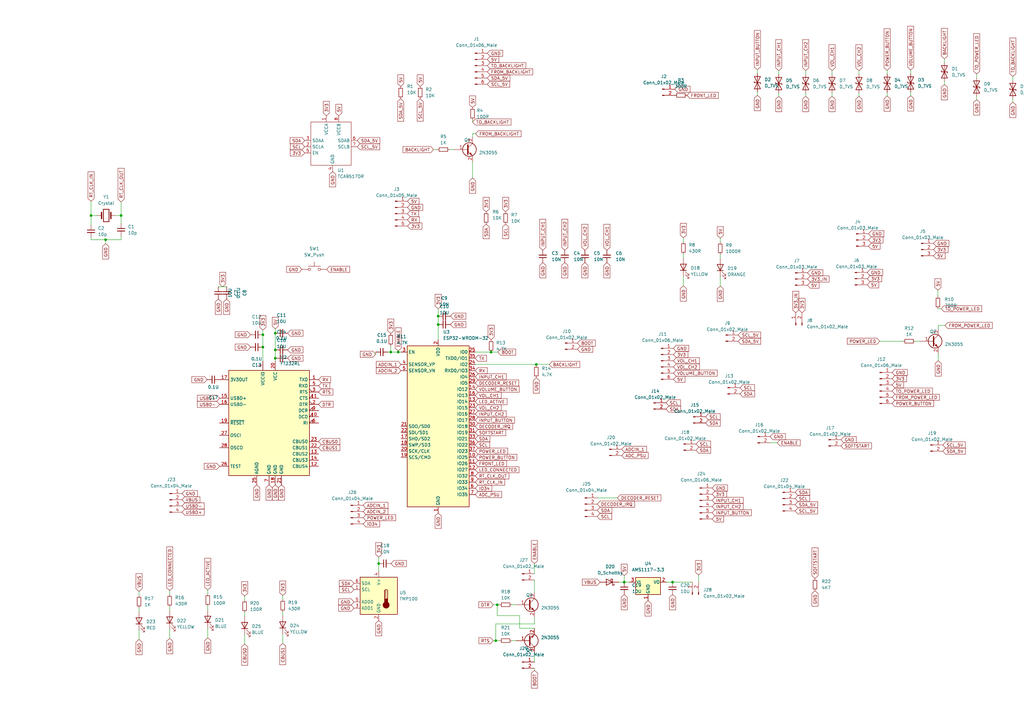
<source format=kicad_sch>
(kicad_sch (version 20230121) (generator eeschema)
  (paper "A3")
  (junction (at 203.327 262.763))
  (junction (at 201.422 144.399))
  (junction (at 179.705 129.667))
  (junction (at 112.903 146.939))
  (junction (at 107.823 137.287))
  (junction (at 160.274 144.399))
  (junction (at 155.321 231.14))
  (junction (at 163.322 144.399))
  (junction (at 219.964 149.479))
  (junction (at 179.705 133.096))
  (junction (at 43.307 98.298))
  (junction (at 49.657 88.392))
  (junction (at 107.823 142.367))
  (junction (at 112.903 143.51))
  (junction (at 112.903 136.652))
  (junction (at 275.844 238.76))
  (junction (at 256.032 238.76))
  (junction (at 203.962 248.031))
  (junction (at 37.338 88.392))
  (wire (pts (xy 256.032 236.093) (xy 256.032 238.76)))
  (wire (pts (xy 115.951 263.906) (xy 115.951 260.096)))
  (wire (pts (xy 428.244 41.783) (xy 428.244 40.386)))
  (wire (pts (xy 441.325 65.786) (xy 441.325 67.31)))
  (wire (pts (xy 213.106 257.683) (xy 213.106 252.476)))
  (wire (pts (xy 160.274 144.399) (xy 163.322 144.399)))
  (wire (pts (xy 352.298 28.956) (xy 352.298 30.48)))
  (wire (pts (xy 275.844 238.76) (xy 283.972 238.76)))
  (wire (pts (xy 179.705 126.619) (xy 179.705 129.667)))
  (wire (pts (xy 341.249 39.497) (xy 341.249 38.1)))
  (wire (pts (xy 155.321 228.473) (xy 155.321 231.14)))
  (wire (pts (xy 400.558 30.353) (xy 400.558 31.877)))
  (wire (pts (xy 37.338 97.409) (xy 37.338 98.298)))
  (wire (pts (xy 49.657 96.774) (xy 49.657 98.298)))
  (wire (pts (xy 450.85 31.75) (xy 450.85 33.274)))
  (wire (pts (xy 100.33 246.126) (xy 100.33 244.475)))
  (wire (pts (xy 112.903 136.652) (xy 112.903 143.51)))
  (wire (pts (xy 193.802 50.038) (xy 193.802 49.149)))
  (wire (pts (xy 387.35 34.671) (xy 387.35 33.274)))
  (wire (pts (xy 384.81 145.034) (xy 384.81 147.955)))
  (wire (pts (xy 37.338 88.392) (xy 39.751 88.392)))
  (wire (pts (xy 384.683 118.999) (xy 384.683 121.539)))
  (wire (pts (xy 92.964 117.602) (xy 89.535 117.602)))
  (wire (pts (xy 219.202 231.14) (xy 219.202 235.331)))
  (wire (pts (xy 107.823 137.287) (xy 107.823 142.367)))
  (wire (pts (xy 219.964 149.86) (xy 219.964 149.479)))
  (wire (pts (xy 115.951 252.476) (xy 115.951 250.952)))
  (wire (pts (xy 225.298 149.479) (xy 219.964 149.479)))
  (wire (pts (xy 193.802 66.421) (xy 193.802 73.025)))
  (wire (pts (xy 85.217 261.62) (xy 85.217 257.81)))
  (wire (pts (xy 387.35 24.13) (xy 387.35 25.654)))
  (wire (pts (xy 100.33 264.16) (xy 100.33 260.35)))
  (wire (pts (xy 280.289 99.187) (xy 280.289 97.536)))
  (wire (pts (xy 100.33 252.73) (xy 100.33 251.206)))
  (wire (pts (xy 203.327 255.905) (xy 219.202 255.905)))
  (wire (pts (xy 219.202 237.871) (xy 219.202 242.951)))
  (wire (pts (xy 43.307 99.949) (xy 43.307 98.298)))
  (wire (pts (xy 155.321 231.14) (xy 155.321 234.188)))
  (wire (pts (xy 69.596 250.444) (xy 69.596 248.92)))
  (wire (pts (xy 384.81 133.477) (xy 384.81 134.874)))
  (wire (pts (xy 203.962 248.031) (xy 204.851 248.031)))
  (wire (pts (xy 209.931 248.031) (xy 211.582 248.031)))
  (wire (pts (xy 258.191 238.76) (xy 256.032 238.76)))
  (wire (pts (xy 43.307 98.298) (xy 37.338 98.298)))
  (wire (pts (xy 49.657 91.694) (xy 49.657 88.392)))
  (wire (pts (xy 107.823 135.382) (xy 107.823 137.287)))
  (wire (pts (xy 193.802 56.261) (xy 193.802 54.864)))
  (wire (pts (xy 85.217 243.586) (xy 85.217 241.935)))
  (wire (pts (xy 373.507 39.243) (xy 373.507 37.846)))
  (wire (pts (xy 203.962 248.031) (xy 203.962 252.476)))
  (wire (pts (xy 159.131 144.399) (xy 160.274 144.399)))
  (wire (pts (xy 37.338 88.392) (xy 37.338 82.55)))
  (wire (pts (xy 465.963 76.581) (xy 465.963 75.184)))
  (wire (pts (xy 415.417 31.369) (xy 415.417 32.893)))
  (wire (pts (xy 115.951 245.872) (xy 115.951 244.221)))
  (wire (pts (xy 286.512 235.839) (xy 286.512 238.76)))
  (wire (pts (xy 352.298 39.497) (xy 352.298 38.1)))
  (wire (pts (xy 112.903 143.51) (xy 112.903 146.939)))
  (wire (pts (xy 219.964 149.479) (xy 194.945 149.479)))
  (wire (pts (xy 179.705 133.096) (xy 179.705 139.319)))
  (wire (pts (xy 373.507 28.702) (xy 373.507 30.226)))
  (wire (pts (xy 330.454 39.497) (xy 330.454 38.1)))
  (wire (pts (xy 69.596 243.84) (xy 69.596 242.189)))
  (wire (pts (xy 275.844 238.76) (xy 273.431 238.76)))
  (wire (pts (xy 219.202 253.111) (xy 219.202 255.905)))
  (wire (pts (xy 160.274 141.859) (xy 160.274 144.399)))
  (wire (pts (xy 203.327 262.763) (xy 204.851 262.763)))
  (wire (pts (xy 85.217 250.19) (xy 85.217 248.666)))
  (wire (pts (xy 219.202 271.526) (xy 219.202 267.843)))
  (wire (pts (xy 49.657 88.392) (xy 49.657 82.804)))
  (wire (pts (xy 193.802 54.864) (xy 195.072 54.864)))
  (wire (pts (xy 319.405 28.956) (xy 319.405 30.48)))
  (wire (pts (xy 57.023 262.255) (xy 57.023 258.445)))
  (wire (pts (xy 202.311 262.763) (xy 203.327 262.763)))
  (wire (pts (xy 428.244 31.242) (xy 428.244 32.766)))
  (wire (pts (xy 315.849 181.61) (xy 318.77 181.61)))
  (wire (pts (xy 154.051 145.288) (xy 154.051 144.399)))
  (wire (pts (xy 112.903 146.939) (xy 112.903 148.082)))
  (wire (pts (xy 330.454 28.956) (xy 330.454 30.48)))
  (wire (pts (xy 295.402 105.918) (xy 295.402 104.394)))
  (wire (pts (xy 256.032 238.76) (xy 253.746 238.76)))
  (wire (pts (xy 363.855 28.829) (xy 363.855 30.353)))
  (wire (pts (xy 439.674 31.496) (xy 439.674 33.02)))
  (wire (pts (xy 203.327 255.905) (xy 203.327 262.763)))
  (wire (pts (xy 465.963 66.04) (xy 465.963 67.564)))
  (wire (pts (xy 280.289 105.791) (xy 280.289 104.267)))
  (wire (pts (xy 295.402 117.348) (xy 295.402 113.538)))
  (wire (pts (xy 201.422 144.399) (xy 194.945 144.399)))
  (wire (pts (xy 177.8 61.341) (xy 179.324 61.341)))
  (wire (pts (xy 384.81 133.477) (xy 387.604 133.477)))
  (wire (pts (xy 441.325 76.327) (xy 441.325 74.93)))
  (wire (pts (xy 375.412 139.954) (xy 377.19 139.954)))
  (wire (pts (xy 280.289 117.221) (xy 280.289 113.411)))
  (wire (pts (xy 57.023 244.221) (xy 57.023 242.57)))
  (wire (pts (xy 310.642 39.116) (xy 310.642 37.719)))
  (wire (pts (xy 202.311 248.031) (xy 203.962 248.031)))
  (wire (pts (xy 450.85 42.291) (xy 450.85 40.894)))
  (wire (pts (xy 107.823 142.367) (xy 107.823 148.082)))
  (wire (pts (xy 69.596 261.874) (xy 69.596 258.064)))
  (wire (pts (xy 386.08 126.619) (xy 384.683 126.619)))
  (wire (pts (xy 452.501 66.04) (xy 452.501 67.564)))
  (wire (pts (xy 179.705 129.667) (xy 179.705 133.096)))
  (wire (pts (xy 400.558 40.894) (xy 400.558 39.497)))
  (wire (pts (xy 310.642 28.575) (xy 310.642 30.099)))
  (wire (pts (xy 415.417 41.91) (xy 415.417 40.513)))
  (wire (pts (xy 112.903 134.874) (xy 112.903 136.652)))
  (wire (pts (xy 219.202 274.955) (xy 219.202 274.066)))
  (wire (pts (xy 319.405 39.497) (xy 319.405 38.1)))
  (wire (pts (xy 477.139 66.294) (xy 477.139 67.818)))
  (wire (pts (xy 244.983 204.216) (xy 253.238 204.216)))
  (wire (pts (xy 295.402 99.314) (xy 295.402 97.663)))
  (wire (pts (xy 204.216 144.399) (xy 201.422 144.399)))
  (wire (pts (xy 477.139 76.835) (xy 477.139 75.438)))
  (wire (pts (xy 203.962 252.476) (xy 213.106 252.476)))
  (wire (pts (xy 184.404 61.341) (xy 186.182 61.341)))
  (wire (pts (xy 163.322 143.891) (xy 163.322 144.399)))
  (wire (pts (xy 49.657 98.298) (xy 43.307 98.298)))
  (wire (pts (xy 341.249 28.956) (xy 341.249 30.48)))
  (wire (pts (xy 363.855 39.37) (xy 363.855 37.973)))
  (wire (pts (xy 439.674 42.037) (xy 439.674 40.64)))
  (wire (pts (xy 57.023 250.825) (xy 57.023 249.301)))
  (wire (pts (xy 47.371 88.392) (xy 49.657 88.392)))
  (wire (pts (xy 452.501 76.581) (xy 452.501 75.184)))
  (wire (pts (xy 163.322 144.399) (xy 164.465 144.399)))
  (wire (pts (xy 219.202 257.683) (xy 213.106 257.683)))
  (wire (pts (xy 360.807 139.954) (xy 370.332 139.954)))
  (wire (pts (xy 209.931 262.763) (xy 211.582 262.763)))
  (wire (pts (xy 37.338 92.329) (xy 37.338 88.392)))
  (global_label "VOL_CH1" (shape input) (at 248.92 102.616 90) (property "Intersheetrefs" "${INTERSHEET_REFS}" (effects hide)))
  (global_label "INPUT_CH1" (shape input) (at 319.405 28.956 90) (property "Intersheetrefs" "${INTERSHEET_REFS}" (effects hide)))
  (global_label "GND" (shape input) (at 69.596 261.874 270) (property "Intersheetrefs" "${INTERSHEET_REFS}" (effects hide)))
  (global_label "TO_BACKLIGHT" (shape input) (at 199.898 26.924 0) (property "Intersheetrefs" "${INTERSHEET_REFS}" (effects hide)))
  (global_label "GND" (shape input) (at 105.283 198.882 270) (property "Intersheetrefs" "${INTERSHEET_REFS}" (effects hide)))
  (global_label "3V3" (shape input) (at 133.858 47.498 90) (property "Intersheetrefs" "${INTERSHEET_REFS}" (effects hide)))
  (global_label "SDA" (shape input) (at 244.983 209.296 0) (property "Intersheetrefs" "${INTERSHEET_REFS}" (effects hide)))
  (global_label "INPUT_CH1" (shape input) (at 194.945 154.559 0) (property "Intersheetrefs" "${INTERSHEET_REFS}" (effects hide)))
  (global_label "GND" (shape input) (at 334.264 242.316 270) (property "Intersheetrefs" "${INTERSHEET_REFS}" (effects hide)))
  (global_label "ADCIN_1" (shape input) (at 255.016 184.277 0) (property "Intersheetrefs" "${INTERSHEET_REFS}" (effects hide)))
  (global_label "SDA_5V" (shape input) (at 146.558 57.658 0) (property "Intersheetrefs" "${INTERSHEET_REFS}" (effects hide)))
  (global_label "5V" (shape input) (at 164.338 35.433 90) (property "Intersheetrefs" "${INTERSHEET_REFS}" (effects hide)))
  (global_label "3V3" (shape input) (at 276.225 145.415 0) (property "Intersheetrefs" "${INTERSHEET_REFS}" (effects hide)))
  (global_label "USBD+" (shape input) (at 441.325 65.786 90) (property "Intersheetrefs" "${INTERSHEET_REFS}" (effects hide)))
  (global_label "RX" (shape input) (at 167.132 90.17 0) (property "Intersheetrefs" "${INTERSHEET_REFS}" (effects hide)))
  (global_label "ADC_PSU" (shape input) (at 194.945 202.819 0) (property "Intersheetrefs" "${INTERSHEET_REFS}" (effects hide)))
  (global_label "GND" (shape input) (at 236.855 143.256 0) (property "Intersheetrefs" "${INTERSHEET_REFS}" (effects hide)))
  (global_label "SOFTSTART" (shape input) (at 194.945 177.419 0) (property "Intersheetrefs" "${INTERSHEET_REFS}" (effects hide)))
  (global_label "USBD+" (shape input) (at 74.676 210.058 0) (property "Intersheetrefs" "${INTERSHEET_REFS}" (effects hide)))
  (global_label "VOL_CH1" (shape input) (at 194.945 162.179 0) (property "Intersheetrefs" "${INTERSHEET_REFS}" (effects hide)))
  (global_label "5V" (shape input) (at 172.339 35.433 90) (property "Intersheetrefs" "${INTERSHEET_REFS}" (effects hide)))
  (global_label "DTR" (shape input) (at 202.311 248.031 180) (property "Intersheetrefs" "${INTERSHEET_REFS}" (effects hide)))
  (global_label "5V" (shape input) (at 365.887 157.861 0) (property "Intersheetrefs" "${INTERSHEET_REFS}" (effects hide)))
  (global_label "INPUT_BUTTON" (shape input) (at 310.642 28.575 90) (property "Intersheetrefs" "${INTERSHEET_REFS}" (effects hide)))
  (global_label "DECODER_IRQ" (shape input) (at 194.945 174.879 0) (property "Intersheetrefs" "${INTERSHEET_REFS}" (effects hide)))
  (global_label "CBUS1" (shape input) (at 130.683 183.642 0) (property "Intersheetrefs" "${INTERSHEET_REFS}" (effects hide)))
  (global_label "SDA" (shape input) (at 303.53 161.544 0) (property "Intersheetrefs" "${INTERSHEET_REFS}" (effects hide)))
  (global_label "3V3" (shape input) (at 365.887 155.321 0) (property "Intersheetrefs" "${INTERSHEET_REFS}" (effects hide)))
  (global_label "RX" (shape input) (at 130.683 155.702 0) (property "Intersheetrefs" "${INTERSHEET_REFS}" (effects hide)))
  (global_label "ADCIN_1" (shape input) (at 148.971 207.264 0) (property "Intersheetrefs" "${INTERSHEET_REFS}" (effects hide)))
  (global_label "3V3" (shape input) (at 107.823 135.382 90) (property "Intersheetrefs" "${INTERSHEET_REFS}" (effects hide)))
  (global_label "GND" (shape input) (at 373.507 39.243 270) (property "Intersheetrefs" "${INTERSHEET_REFS}" (effects hide)))
  (global_label "BOOT" (shape input) (at 204.216 144.399 0) (property "Intersheetrefs" "${INTERSHEET_REFS}" (effects hide)))
  (global_label "RT_CLK_IN" (shape input) (at 194.945 197.739 0) (property "Intersheetrefs" "${INTERSHEET_REFS}" (effects hide)))
  (global_label "3V3" (shape input) (at 124.968 62.738 180) (property "Intersheetrefs" "${INTERSHEET_REFS}" (effects hide)))
  (global_label "RX" (shape input) (at 194.945 152.019 0) (property "Intersheetrefs" "${INTERSHEET_REFS}" (effects hide)))
  (global_label "SCL" (shape input) (at 326.136 204.47 0) (property "Intersheetrefs" "${INTERSHEET_REFS}" (effects hide)))
  (global_label "5V" (shape input) (at 292.1 212.852 0) (property "Intersheetrefs" "${INTERSHEET_REFS}" (effects hide)))
  (global_label "GND" (shape input) (at 117.983 136.652 0) (property "Intersheetrefs" "${INTERSHEET_REFS}" (effects hide)))
  (global_label "GND" (shape input) (at 276.225 142.875 0) (property "Intersheetrefs" "${INTERSHEET_REFS}" (effects hide)))
  (global_label "SDA" (shape input) (at 199.39 91.948 270) (property "Intersheetrefs" "${INTERSHEET_REFS}" (effects hide)))
  (global_label "GND" (shape input) (at 57.023 262.255 270) (property "Intersheetrefs" "${INTERSHEET_REFS}" (effects hide)))
  (global_label "VBUS" (shape input) (at 74.676 204.978 0) (property "Intersheetrefs" "${INTERSHEET_REFS}" (effects hide)))
  (global_label "3V3" (shape input) (at 91.313 117.602 90) (property "Intersheetrefs" "${INTERSHEET_REFS}" (effects hide)))
  (global_label "3V3_IN" (shape input) (at 326.39 128.27 90) (property "Intersheetrefs" "${INTERSHEET_REFS}" (effects hide)))
  (global_label "5V" (shape input) (at 439.674 31.496 90) (property "Intersheetrefs" "${INTERSHEET_REFS}" (effects hide)))
  (global_label "GND" (shape input) (at 275.844 243.84 270) (property "Intersheetrefs" "${INTERSHEET_REFS}" (effects hide)))
  (global_label "RTS" (shape input) (at 202.311 262.763 180) (property "Intersheetrefs" "${INTERSHEET_REFS}" (effects hide)))
  (global_label "BOOT" (shape input) (at 236.855 140.716 0) (property "Intersheetrefs" "${INTERSHEET_REFS}" (effects hide)))
  (global_label "SDA_5V" (shape input) (at 465.963 66.04 90) (property "Intersheetrefs" "${INTERSHEET_REFS}" (effects hide)))
  (global_label "GND" (shape input) (at 199.898 21.844 0) (property "Intersheetrefs" "${INTERSHEET_REFS}" (effects hide)))
  (global_label "VOL_CH1" (shape input) (at 341.249 28.956 90) (property "Intersheetrefs" "${INTERSHEET_REFS}" (effects hide)))
  (global_label "GND" (shape input) (at 90.043 191.262 180) (property "Intersheetrefs" "${INTERSHEET_REFS}" (effects hide)))
  (global_label "INPUT_CH2" (shape input) (at 231.648 102.616 90) (property "Intersheetrefs" "${INTERSHEET_REFS}" (effects hide)))
  (global_label "INPUT_CH1" (shape input) (at 292.1 205.232 0) (property "Intersheetrefs" "${INTERSHEET_REFS}" (effects hide)))
  (global_label "5V" (shape input) (at 256.032 236.093 90) (property "Intersheetrefs" "${INTERSHEET_REFS}" (effects hide)))
  (global_label "5V" (shape input) (at 199.898 24.384 0) (property "Intersheetrefs" "${INTERSHEET_REFS}" (effects hide)))
  (global_label "POWER_LED" (shape input) (at 148.971 212.344 0) (property "Intersheetrefs" "${INTERSHEET_REFS}" (effects hide)))
  (global_label "INPUT_CH2" (shape input) (at 330.454 28.956 90) (property "Intersheetrefs" "${INTERSHEET_REFS}" (effects hide)))
  (global_label "3V3" (shape input) (at 356.235 98.425 0) (property "Intersheetrefs" "${INTERSHEET_REFS}" (effects hide)))
  (global_label "GND" (shape input) (at 222.631 107.696 270) (property "Intersheetrefs" "${INTERSHEET_REFS}" (effects hide)))
  (global_label "GND" (shape input) (at 89.535 122.682 270) (property "Intersheetrefs" "${INTERSHEET_REFS}" (effects hide)))
  (global_label "RT_CLK_OUT" (shape input) (at 194.945 195.199 0) (property "Intersheetrefs" "${INTERSHEET_REFS}" (effects hide)))
  (global_label "ENABLE" (shape input) (at 219.202 231.14 90) (property "Intersheetrefs" "${INTERSHEET_REFS}" (effects hide)))
  (global_label "LED_CONNECTED" (shape input) (at 69.596 242.189 90) (property "Intersheetrefs" "${INTERSHEET_REFS}" (effects hide)))
  (global_label "TO_BACKLIGHT" (shape input) (at 193.802 50.038 0) (property "Intersheetrefs" "${INTERSHEET_REFS}" (effects hide)))
  (global_label "SCL" (shape input) (at 289.433 170.942 0) (property "Intersheetrefs" "${INTERSHEET_REFS}" (effects hide)))
  (global_label "5V" (shape input) (at 331.216 116.967 0) (property "Intersheetrefs" "${INTERSHEET_REFS}" (effects hide)))
  (global_label "5V" (shape input) (at 112.903 134.874 90) (property "Intersheetrefs" "${INTERSHEET_REFS}" (effects hide)))
  (global_label "RTS" (shape input) (at 130.683 160.782 0) (property "Intersheetrefs" "${INTERSHEET_REFS}" (effects hide)))
  (global_label "5V" (shape input) (at 167.132 82.55 0) (property "Intersheetrefs" "${INTERSHEET_REFS}" (effects hide)))
  (global_label "3V3" (shape input) (at 179.705 126.619 90) (property "Intersheetrefs" "${INTERSHEET_REFS}" (effects hide)))
  (global_label "DECODER_IRQ" (shape input) (at 244.983 206.756 0) (property "Intersheetrefs" "${INTERSHEET_REFS}" (effects hide)))
  (global_label "3V3" (shape input) (at 115.951 244.221 90) (property "Intersheetrefs" "${INTERSHEET_REFS}" (effects hide)))
  (global_label "GND" (shape input) (at 365.887 152.781 0) (property "Intersheetrefs" "${INTERSHEET_REFS}" (effects hide)))
  (global_label "GND" (shape input) (at 154.051 145.288 180) (property "Intersheetrefs" "${INTERSHEET_REFS}" (effects hide)))
  (global_label "GND" (shape input) (at 319.405 39.497 270) (property "Intersheetrefs" "${INTERSHEET_REFS}" (effects hide)))
  (global_label "3V3" (shape input) (at 286.512 235.839 90) (property "Intersheetrefs" "${INTERSHEET_REFS}" (effects hide)))
  (global_label "TX" (shape input) (at 130.683 158.242 0) (property "Intersheetrefs" "${INTERSHEET_REFS}" (effects hide)))
  (global_label "SDA_5V" (shape input) (at 302.768 139.954 0) (property "Intersheetrefs" "${INTERSHEET_REFS}" (effects hide)))
  (global_label "DECODER_RESET" (shape input) (at 194.945 157.099 0) (property "Intersheetrefs" "${INTERSHEET_REFS}" (effects hide)))
  (global_label "GND" (shape input) (at 167.132 85.09 0) (property "Intersheetrefs" "${INTERSHEET_REFS}" (effects hide)))
  (global_label "SDA_5V" (shape input) (at 164.338 40.513 270) (property "Intersheetrefs" "${INTERSHEET_REFS}" (effects hide)))
  (global_label "CBUS1" (shape input) (at 115.951 263.906 270) (property "Intersheetrefs" "${INTERSHEET_REFS}" (effects hide)))
  (global_label "GND" (shape input) (at 184.785 133.096 0) (property "Intersheetrefs" "${INTERSHEET_REFS}" (effects hide)))
  (global_label "GND" (shape input) (at 74.676 202.438 0) (property "Intersheetrefs" "${INTERSHEET_REFS}" (effects hide)))
  (global_label "RT_CLK_IN" (shape input) (at 37.338 82.55 90) (property "Intersheetrefs" "${INTERSHEET_REFS}" (effects hide)))
  (global_label "FROM_POWER_LED" (shape input) (at 365.887 162.941 0) (property "Intersheetrefs" "${INTERSHEET_REFS}" (effects hide)))
  (global_label "TX" (shape input) (at 167.132 87.63 0) (property "Intersheetrefs" "${INTERSHEET_REFS}" (effects hide)))
  (global_label "ADCIN_2" (shape input) (at 148.971 209.804 0) (property "Intersheetrefs" "${INTERSHEET_REFS}" (effects hide)))
  (global_label "SCL" (shape input) (at 303.53 159.004 0) (property "Intersheetrefs" "${INTERSHEET_REFS}" (effects hide)))
  (global_label "TO_POWER_LED" (shape input) (at 400.558 30.353 90) (property "Intersheetrefs" "${INTERSHEET_REFS}" (effects hide)))
  (global_label "SCL" (shape input) (at 124.968 60.198 180) (property "Intersheetrefs" "${INTERSHEET_REFS}" (effects hide)))
  (global_label "IO34" (shape input) (at 148.971 214.884 0) (property "Intersheetrefs" "${INTERSHEET_REFS}" (effects hide)))
  (global_label "GND" (shape input) (at 110.363 198.882 270) (property "Intersheetrefs" "${INTERSHEET_REFS}" (effects hide)))
  (global_label "FRONT_LED" (shape input) (at 194.945 190.119 0) (property "Intersheetrefs" "${INTERSHEET_REFS}" (effects hide)))
  (global_label "3V3" (shape input) (at 450.85 31.75 90) (property "Intersheetrefs" "${INTERSHEET_REFS}" (effects hide)))
  (global_label "FRONT_LED" (shape input) (at 281.813 39.116 0) (property "Intersheetrefs" "${INTERSHEET_REFS}" (effects hide)))
  (global_label "VOLUME_BUTTON" (shape input) (at 276.225 153.035 0) (property "Intersheetrefs" "${INTERSHEET_REFS}" (effects hide)))
  (global_label "TO_POWER_LED" (shape input) (at 365.887 160.401 0) (property "Intersheetrefs" "${INTERSHEET_REFS}" (effects hide)))
  (global_label "SCL_5V" (shape input) (at 146.558 60.198 0) (property "Intersheetrefs" "${INTERSHEET_REFS}" (effects hide)))
  (global_label "ADCIN_1" (shape input) (at 164.465 149.479 180) (property "Intersheetrefs" "${INTERSHEET_REFS}" (effects hide)))
  (global_label "GND" (shape input) (at 43.307 99.949 270) (property "Intersheetrefs" "${INTERSHEET_REFS}" (effects hide)))
  (global_label "GND" (shape input) (at 184.785 129.667 0) (property "Intersheetrefs" "${INTERSHEET_REFS}" (effects hide)))
  (global_label "VOL_CH2" (shape input) (at 276.225 150.495 0) (property "Intersheetrefs" "${INTERSHEET_REFS}" (effects hide)))
  (global_label "POWER_BUTTON" (shape input) (at 365.887 165.481 0) (property "Intersheetrefs" "${INTERSHEET_REFS}" (effects hide)))
  (global_label "GND" (shape input) (at 292.1 200.152 0) (property "Intersheetrefs" "${INTERSHEET_REFS}" (effects hide)))
  (global_label "INPUT_CH2" (shape input) (at 292.1 207.772 0) (property "Intersheetrefs" "${INTERSHEET_REFS}" (effects hide)))
  (global_label "GND" (shape input) (at 112.903 198.882 270) (property "Intersheetrefs" "${INTERSHEET_REFS}" (effects hide)))
  (global_label "GND" (shape input) (at 344.932 180.34 0) (property "Intersheetrefs" "${INTERSHEET_REFS}" (effects hide)))
  (global_label "GND" (shape input) (at 382.905 99.822 0) (property "Intersheetrefs" "${INTERSHEET_REFS}" (effects hide)))
  (global_label "5V" (shape input) (at 355.727 116.84 0) (property "Intersheetrefs" "${INTERSHEET_REFS}" (effects hide)))
  (global_label "GND" (shape input) (at 363.855 39.37 270) (property "Intersheetrefs" "${INTERSHEET_REFS}" (effects hide)))
  (global_label "SDA" (shape input) (at 194.945 179.959 0) (property "Intersheetrefs" "${INTERSHEET_REFS}" (effects hide)))
  (global_label "GND" (shape input) (at 280.289 117.221 270) (property "Intersheetrefs" "${INTERSHEET_REFS}" (effects hide)))
  (global_label "SCL" (shape input) (at 285.496 182.118 0) (property "Intersheetrefs" "${INTERSHEET_REFS}" (effects hide)))
  (global_label "SDA" (shape input) (at 285.496 184.658 0) (property "Intersheetrefs" "${INTERSHEET_REFS}" (effects hide)))
  (global_label "SCL" (shape input) (at 244.983 211.836 0) (property "Intersheetrefs" "${INTERSHEET_REFS}" (effects hide)))
  (global_label "SCL_5V" (shape input) (at 326.136 209.55 0) (property "Intersheetrefs" "${INTERSHEET_REFS}" (effects hide)))
  (global_label "VBUS" (shape input) (at 57.023 242.57 90) (property "Intersheetrefs" "${INTERSHEET_REFS}" (effects hide)))
  (global_label "GND" (shape input) (at 256.032 243.84 270) (property "Intersheetrefs" "${INTERSHEET_REFS}" (effects hide)))
  (global_label "SOFTSTART" (shape input) (at 344.932 182.88 0) (property "Intersheetrefs" "${INTERSHEET_REFS}" (effects hide)))
  (global_label "SDA" (shape input) (at 124.968 57.658 180) (property "Intersheetrefs" "${INTERSHEET_REFS}" (effects hide)))
  (global_label "FROM_POWER_LED" (shape input) (at 387.604 133.477 0) (property "Intersheetrefs" "${INTERSHEET_REFS}" (effects hide)))
  (global_label "5V" (shape input) (at 193.802 44.069 90) (property "Intersheetrefs" "${INTERSHEET_REFS}" (effects hide)))
  (global_label "GND" (shape input) (at 145.161 246.888 180) (property "Intersheetrefs" "${INTERSHEET_REFS}" (effects hide)))
  (global_label "GND" (shape input) (at 415.417 41.91 270) (property "Intersheetrefs" "${INTERSHEET_REFS}" (effects hide)))
  (global_label "BACKLIGHT" (shape input) (at 225.298 149.479 0) (property "Intersheetrefs" "${INTERSHEET_REFS}" (effects hide)))
  (global_label "GND" (shape input) (at 450.85 42.291 270) (property "Intersheetrefs" "${INTERSHEET_REFS}" (effects hide)))
  (global_label "POWER_BUTTON" (shape input) (at 363.855 28.829 90) (property "Intersheetrefs" "${INTERSHEET_REFS}" (effects hide)))
  (global_label "GND" (shape input) (at 145.161 249.428 180) (property "Intersheetrefs" "${INTERSHEET_REFS}" (effects hide)))
  (global_label "VBUS" (shape input) (at 246.126 238.76 180) (property "Intersheetrefs" "${INTERSHEET_REFS}" (effects hide)))
  (global_label "RT_CLK_OUT" (shape input) (at 49.657 82.804 90) (property "Intersheetrefs" "${INTERSHEET_REFS}" (effects hide)))
  (global_label "3V3" (shape input) (at 382.905 102.362 0) (property "Intersheetrefs" "${INTERSHEET_REFS}" (effects hide)))
  (global_label "GND" (shape input) (at 387.35 34.671 270) (property "Intersheetrefs" "${INTERSHEET_REFS}" (effects hide)))
  (global_label "GND" (shape input) (at 331.216 111.887 0) (property "Intersheetrefs" "${INTERSHEET_REFS}" (effects hide)))
  (global_label "TO_BACKLIGHT" (shape input) (at 415.417 31.369 90) (property "Intersheetrefs" "${INTERSHEET_REFS}" (effects hide)))
  (global_label "SCL_5V" (shape input) (at 172.339 40.513 270) (property "Intersheetrefs" "${INTERSHEET_REFS}" (effects hide)))
  (global_label "VOL_CH2" (shape input) (at 239.903 102.616 90) (property "Intersheetrefs" "${INTERSHEET_REFS}" (effects hide)))
  (global_label "SCL" (shape input) (at 207.391 91.948 270) (property "Intersheetrefs" "${INTERSHEET_REFS}" (effects hide)))
  (global_label "TO_POWER_LED" (shape input) (at 386.08 126.619 0) (property "Intersheetrefs" "${INTERSHEET_REFS}" (effects hide)))
  (global_label "GND" (shape input) (at 452.501 76.581 270) (property "Intersheetrefs" "${INTERSHEET_REFS}" (effects hide)))
  (global_label "GND" (shape input) (at 117.983 143.51 0) (property "Intersheetrefs" "${INTERSHEET_REFS}" (effects hide)))
  (global_label "GND" (shape input) (at 330.454 39.497 270) (property "Intersheetrefs" "${INTERSHEET_REFS}" (effects hide)))
  (global_label "LED_CONNECTED" (shape input) (at 194.945 192.659 0) (property "Intersheetrefs" "${INTERSHEET_REFS}" (effects hide)))
  (global_label "GND" (shape input) (at 465.963 76.581 270) (property "Intersheetrefs" "${INTERSHEET_REFS}" (effects hide)))
  (global_label "GND" (shape input) (at 92.964 122.682 270) (property "Intersheetrefs" "${INTERSHEET_REFS}" (effects hide)))
  (global_label "SOFTSTART" (shape input) (at 334.264 237.236 90) (property "Intersheetrefs" "${INTERSHEET_REFS}" (effects hide)))
  (global_label "FRONT_LED" (shape input) (at 428.244 31.242 90) (property "Intersheetrefs" "${INTERSHEET_REFS}" (effects hide)))
  (global_label "5V" (shape input) (at 382.905 104.902 0) (property "Intersheetrefs" "${INTERSHEET_REFS}" (effects hide)))
  (global_label "3V3" (shape input) (at 201.422 139.319 90) (property "Intersheetrefs" "${INTERSHEET_REFS}" (effects hide)))
  (global_label "GND" (shape input) (at 219.964 154.94 270) (property "Intersheetrefs" "${INTERSHEET_REFS}" (effects hide)))
  (global_label "GND" (shape input) (at 102.743 137.287 180) (property "Intersheetrefs" "${INTERSHEET_REFS}" (effects hide)))
  (global_label "SDA" (shape input) (at 326.136 201.93 0) (property "Intersheetrefs" "${INTERSHEET_REFS}" (effects hide)))
  (global_label "3V3" (shape input) (at 100.33 244.475 90) (property "Intersheetrefs" "${INTERSHEET_REFS}" (effects hide)))
  (global_label "INPUT_BUTTON" (shape input) (at 292.1 210.312 0) (property "Intersheetrefs" "${INTERSHEET_REFS}" (effects hide)))
  (global_label "LED_ACTIVE" (shape input) (at 85.217 241.935 90) (property "Intersheetrefs" "${INTERSHEET_REFS}" (effects hide)))
  (global_label "3V3" (shape input) (at 167.132 92.71 0) (property "Intersheetrefs" "${INTERSHEET_REFS}" (effects hide)))
  (global_label "LED_ACTIVE" (shape input) (at 194.945 164.719 0) (property "Intersheetrefs" "${INTERSHEET_REFS}" (effects hide)))
  (global_label "DECODER_RESET" (shape input) (at 253.238 204.216 0) (property "Intersheetrefs" "${INTERSHEET_REFS}" (effects hide)))
  (global_label "GND" (shape input) (at 400.558 40.894 270) (property "Intersheetrefs" "${INTERSHEET_REFS}" (effects hide)))
  (global_label "3V3" (shape input) (at 207.391 86.868 90) (property "Intersheetrefs" "${INTERSHEET_REFS}" (effects hide)))
  (global_label "GND" (shape input) (at 85.217 261.62 270) (property "Intersheetrefs" "${INTERSHEET_REFS}" (effects hide)))
  (global_label "GND" (shape input) (at 117.983 146.939 0) (property "Intersheetrefs" "${INTERSHEET_REFS}" (effects hide)))
  (global_label "3V3_IN" (shape input) (at 331.216 114.427 0) (property "Intersheetrefs" "${INTERSHEET_REFS}" (effects hide)))
  (global_label "BACKLIGHT" (shape input) (at 177.8 61.341 180) (property "Intersheetrefs" "${INTERSHEET_REFS}" (effects hide)))
  (global_label "BOOT" (shape input) (at 219.202 274.955 270) (property "Intersheetrefs" "${INTERSHEET_REFS}" (effects hide)))
  (global_label "TX" (shape input) (at 194.945 146.939 0) (property "Intersheetrefs" "${INTERSHEET_REFS}" (effects hide)))
  (global_label "SCL" (shape input) (at 273.177 165.227 0) (property "Intersheetrefs" "${INTERSHEET_REFS}" (effects hide)))
  (global_label "GND" (shape input) (at 160.401 231.14 0) (property "Intersheetrefs" "${INTERSHEET_REFS}" (effects hide)))
  (global_label "VOL_CH2" (shape input) (at 352.298 28.956 90) (property "Intersheetrefs" "${INTERSHEET_REFS}" (effects hide)))
  (global_label "GND" (shape input) (at 248.92 107.696 270) (property "Intersheetrefs" "${INTERSHEET_REFS}" (effects hide)))
  (global_label "GND" (shape input) (at 341.249 39.497 270) (property "Intersheetrefs" "${INTERSHEET_REFS}" (effects hide)))
  (global_label "GND" (shape input) (at 84.963 155.702 180) (property "Intersheetrefs" "${INTERSHEET_REFS}" (effects hide)))
  (global_label "ENABLE" (shape input) (at 163.322 143.891 90) (property "Intersheetrefs" "${INTERSHEET_REFS}" (effects hide)))
  (global_label "3V3" (shape input) (at 155.321 228.473 90) (property "Intersheetrefs" "${INTERSHEET_REFS}" (effects hide)))
  (global_label "SDA" (shape input) (at 289.433 173.482 0) (property "Intersheetrefs" "${INTERSHEET_REFS}" (effects hide)))
  (global_label "GND" (shape input) (at 155.321 254.508 270) (property "Intersheetrefs" "${INTERSHEET_REFS}" (effects hide)))
  (global_label "SCL_5V" (shape input) (at 199.898 34.544 0) (property "Intersheetrefs" "${INTERSHEET_REFS}" (effects hide)))
  (global_label "GND" (shape input) (at 355.727 111.76 0) (property "Intersheetrefs" "${INTERSHEET_REFS}" (effects hide)))
  (global_label "CBUS0" (shape input) (at 130.683 181.102 0) (property "Intersheetrefs" "${INTERSHEET_REFS}" (effects hide)))
  (global_label "FROM_BACKLIGHT" (shape input) (at 195.072 54.864 0) (property "Intersheetrefs" "${INTERSHEET_REFS}" (effects hide)))
  (global_label "GND" (shape input) (at 439.674 42.037 270) (property "Intersheetrefs" "${INTERSHEET_REFS}" (effects hide)))
  (global_label "GND" (shape input) (at 136.398 70.358 270) (property "Intersheetrefs" "${INTERSHEET_REFS}" (effects hide)))
  (global_label "GND" (shape input) (at 315.849 179.07 0) (property "Intersheetrefs" "${INTERSHEET_REFS}" (effects hide)))
  (global_label "SCL_5V" (shape input) (at 302.768 137.414 0) (property "Intersheetrefs" "${INTERSHEET_REFS}" (effects hide)))
  (global_label "POWER_LED" (shape input) (at 194.945 185.039 0) (property "Intersheetrefs" "${INTERSHEET_REFS}" (effects hide)))
  (global_label "GND" (shape input) (at 477.139 76.835 270) (property "Intersheetrefs" "${INTERSHEET_REFS}" (effects hide)))
  (global_label "SCL_5V" (shape input) (at 477.139 66.294 90) (property "Intersheetrefs" "${INTERSHEET_REFS}" (effects hide)))
  (global_label "DTR" (shape input) (at 130.683 165.862 0) (property "Intersheetrefs" "${INTERSHEET_REFS}" (effects hide)))
  (global_label "SDA_5V" (shape input) (at 199.898 32.004 0) (property "Intersheetrefs" "${INTERSHEET_REFS}" (effects hide)))
  (global_label "SDA" (shape input) (at 145.161 239.268 180) (property "Intersheetrefs" "${INTERSHEET_REFS}" (effects hide)))
  (global_label "GND" (shape input) (at 193.802 73.025 270) (property "Intersheetrefs" "${INTERSHEET_REFS}" (effects hide)))
  (global_label "POWER_BUTTON" (shape input) (at 194.945 187.579 0) (property "Intersheetrefs" "${INTERSHEET_REFS}" (effects hide)))
  (global_label "VOLUME_BUTTON" (shape input) (at 194.945 159.639 0) (property "Intersheetrefs" "${INTERSHEET_REFS}" (effects hide)))
  (global_label "SDA_5V" (shape input) (at 386.715 185.039 0) (property "Intersheetrefs" "${INTERSHEET_REFS}" (effects hide)))
  (global_label "GND" (shape input) (at 276.733 36.576 0) (property "Intersheetrefs" "${INTERSHEET_REFS}" (effects hide)))
  (global_label "CBUS0" (shape input) (at 100.33 264.16 270) (property "Intersheetrefs" "${INTERSHEET_REFS}" (effects hide)))
  (global_label "ENABLE" (shape input) (at 318.77 181.61 0) (property "Intersheetrefs" "${INTERSHEET_REFS}" (effects hide)))
  (global_label "SCL" (shape input) (at 194.945 182.499 0) (property "Intersheetrefs" "${INTERSHEET_REFS}" (effects hide)))
  (global_label "GND" (shape input) (at 115.443 198.882 270) (property "Intersheetrefs" "${INTERSHEET_REFS}" (effects hide)))
  (global_label "BACKLIGHT" (shape input) (at 387.35 24.13 90) (property "Intersheetrefs" "${INTERSHEET_REFS}" (effects hide)))
  (global_label "INPUT_CH2" (shape input) (at 194.945 169.799 0) (property "Intersheetrefs" "${INTERSHEET_REFS}" (effects hide)))
  (global_label "GND" (shape input) (at 441.325 76.327 270) (property "Intersheetrefs" "${INTERSHEET_REFS}" (effects hide)))
  (global_label "GND" (shape input) (at 310.642 39.116 270) (property "Intersheetrefs" "${INTERSHEET_REFS}" (effects hide)))
  (global_label "3V3" (shape input) (at 199.39 86.868 90) (property "Intersheetrefs" "${INTERSHEET_REFS}" (effects hide)))
  (global_label "GND" (shape input) (at 428.244 41.783 270) (property "Intersheetrefs" "${INTERSHEET_REFS}" (effects hide)))
  (global_label "ADCIN_2" (shape input) (at 164.465 152.019 180) (property "Intersheetrefs" "${INTERSHEET_REFS}" (effects hide)))
  (global_label "SDA_5V" (shape input) (at 326.136 207.01 0) (property "Intersheetrefs" "${INTERSHEET_REFS}" (effects hide)))
  (global_label "3V3" (shape input) (at 160.274 136.779 90) (property "Intersheetrefs" "${INTERSHEET_REFS}" (effects hide)))
  (global_label "ADC_PSU" (shape input) (at 255.016 186.817 0) (property "Intersheetrefs" "${INTERSHEET_REFS}" (effects hide)))
  (global_label "POWER_LED" (shape input) (at 360.807 139.954 180) (property "Intersheetrefs" "${INTERSHEET_REFS}" (effects hide)))
  (global_label "GND" (shape input) (at 352.298 39.497 270) (property "Intersheetrefs" "${INTERSHEET_REFS}" (effects hide)))
  (global_label "USBD-" (shape input) (at 452.501 66.04 90) (property "Intersheetrefs" "${INTERSHEET_REFS}" (effects hide)))
  (global_label "3V3" (shape input) (at 328.93 128.27 90) (property "Intersheetrefs" "${INTERSHEET_REFS}" (effects hide)))
  (global_label "VOLUME_BUTTON" (shape input) (at 373.507 28.702 90) (property "Intersheetrefs" "${INTERSHEET_REFS}" (effects hide)))
  (global_label "GND" (shape input) (at 295.402 117.348 270) (property "Intersheetrefs" "${INTERSHEET_REFS}" (effects hide)))
  (global_label "3V3" (shape input) (at 292.1 202.692 0) (property "Intersheetrefs" "${INTERSHEET_REFS}" (effects hide)))
  (global_label "3V3" (shape input) (at 280.289 97.536 90) (property "Intersheetrefs" "${INTERSHEET_REFS}" (effects hide)))
  (global_label "GND" (shape input) (at 102.743 142.367 180) (property "Intersheetrefs" "${INTERSHEET_REFS}" (effects hide)))
  (global_label "VOL_CH1" (shape input) (at 276.225 147.955 0) (property "Intersheetrefs" "${INTERSHEET_REFS}" (effects hide)))
  (global_label "ENABLE" (shape input) (at 133.985 110.49 0) (property "Intersheetrefs" "${INTERSHEET_REFS}" (effects hide)))
  (global_label "SCL_5V" (shape input) (at 386.715 182.499 0) (property "Intersheetrefs" "${INTERSHEET_REFS}" (effects hide)))
  (global_label "5V" (shape input) (at 138.938 47.498 90) (property "Intersheetrefs" "${INTERSHEET_REFS}" (effects hide)))
  (global_label "5V" (shape input) (at 384.683 118.999 90) (property "Intersheetrefs" "${INTERSHEET_REFS}" (effects hide)))
  (global_label "USBD-" (shape input) (at 90.043 165.862 180) (property "Intersheetrefs" "${INTERSHEET_REFS}" (effects hide)))
  (global_label "GND" (shape input) (at 239.903 107.696 270) (property "Intersheetrefs" "${INTERSHEET_REFS}" (effects hide)))
  (global_label "GND" (shape input) (at 384.81 147.955 270) (property "Intersheetrefs" "${INTERSHEET_REFS}" (effects hide)))
  (global_label "SDA" (shape input) (at 273.177 167.767 0) (property "Intersheetrefs" "${INTERSHEET_REFS}" (effects hide)))
  (global_label "5V" (shape input) (at 295.402 97.663 90) (property "Intersheetrefs" "${INTERSHEET_REFS}" (effects hide)))
  (global_label "GND" (shape input) (at 123.825 110.49 180) (property "Intersheetrefs" "${INTERSHEET_REFS}" (effects hide)))
  (global_label "GND" (shape input) (at 179.705 210.439 270) (property "Intersheetrefs" "${INTERSHEET_REFS}" (effects hide)))
  (global_label "GND" (shape input) (at 356.235 95.885 0) (property "Intersheetrefs" "${INTERSHEET_REFS}" (effects hide)))
  (global_label "5V" (shape input) (at 276.225 155.575 0) (property "Intersheetrefs" "${INTERSHEET_REFS}" (effects hide)))
  (global_label "SCL" (shape input) (at 145.161 241.808 180) (property "Intersheetrefs" "${INTERSHEET_REFS}" (effects hide)))
  (global_label "USBD-" (shape input) (at 74.676 207.518 0) (property "Intersheetrefs" "${INTERSHEET_REFS}" (effects hide)))
  (global_label "GND" (shape input) (at 265.811 246.38 270) (property "Intersheetrefs" "${INTERSHEET_REFS}" (effects hide)))
  (global_label "FROM_BACKLIGHT" (shape input) (at 199.898 29.464 0) (property "Intersheetrefs" "${INTERSHEET_REFS}" (effects hide)))
  (global_label "5V" (shape input) (at 356.235 100.965 0) (property "Intersheetrefs" "${INTERSHEET_REFS}" (effects hide)))
  (global_label "3V3" (shape input) (at 355.727 114.3 0) (property "Intersheetrefs" "${INTERSHEET_REFS}" (effects hide)))
  (global_label "GND" (shape input) (at 231.648 107.696 270) (property "Intersheetrefs" "${INTERSHEET_REFS}" (effects hide)))
  (global_label "USBD+" (shape input) (at 90.043 163.322 180) (property "Intersheetrefs" "${INTERSHEET_REFS}" (effects hide)))
  (global_label "INPUT_BUTTON" (shape input) (at 194.945 172.339 0) (property "Intersheetrefs" "${INTERSHEET_REFS}" (effects hide)))
  (global_label "INPUT_CH1" (shape input) (at 222.631 102.616 90) (property "Intersheetrefs" "${INTERSHEET_REFS}" (effects hide)))
  (global_label "IO34" (shape input) (at 194.945 200.279 0) (property "Intersheetrefs" "${INTERSHEET_REFS}" (effects hide)))
  (global_label "VOL_CH2" (shape input) (at 194.945 167.259 0) (property "Intersheetrefs" "${INTERSHEET_REFS}" (effects hide)))
  (symbol (lib_id "Device:C_Small") (at 37.338 94.869 0) (unit 1)
    (property "Reference" "C2" (at 40.132 93.6052 0) (effects (justify left)))
    (property "Value" "10p" (at 40.132 96.1452 0) (effects (justify left)))
    (property "Footprint" "Capacitor_SMD:C_0603_1608Metric_Pad1.08x0.95mm_HandSolder" (effects hide))
  )
  (symbol (lib_id "Connector:Conn_01x02_Male") (at 339.852 180.34 0) (unit 1)
    (property "Reference" "J17" (at 340.487 175.514 0))
    (property "Value" "Conn_01x02_Male" (at 340.487 178.054 0))
    (property "Footprint" "Connector_JST:JST_PH_B2B-PH-K_1x02_P2.00mm_Vertical" (effects hide))
  )
  (symbol (lib_id "Device:LED") (at 115.951 256.286 90) (unit 1)
    (property "Reference" "D24" (at 118.872 256.6034 90) (effects (justify right)))
    (property "Value" "YELLOW" (at 118.872 259.1434 90) (effects (justify right)))
    (property "Footprint" "LED_SMD:LED_0805_2012Metric_Pad1.15x1.40mm_HandSolder" (effects hide))
    (property "LCSC" "XL-1608UBC-04" (effects hide))
  )
  (symbol (lib_id "Connector:Conn_01x04_Male") (at 143.891 209.804 0) (unit 1)
    (property "Reference" "J26" (at 144.526 201.93 0))
    (property "Value" "Conn_01x04_Male" (at 144.526 204.47 0))
    (property "Footprint" "Connector_PinHeader_2.54mm:PinHeader_1x04_P2.54mm_Vertical" (effects hide))
  )
  (symbol (lib_id "Connector:Conn_01x02_Male") (at 214.122 235.331 0) (unit 1)
    (property "Reference" "J27" (at 214.757 229.743 0))
    (property "Value" "Conn_01x02_Male" (at 214.757 232.283 0))
    (property "Footprint" "Connector_PinHeader_2.54mm:PinHeader_1x02_P2.54mm_Vertical" (effects hide))
  )
  (symbol (lib_id "Connector:Conn_01x02_Male") (at 283.972 243.84 90) (unit 1)
    (property "Reference" "J28" (at 288.417 241.9349 90) (effects (justify right)))
    (property "Value" "Conn_01x02_Male" (at 288.417 244.4749 90) (effects (justify right)))
    (property "Footprint" "Connector_PinHeader_2.54mm:PinHeader_1x02_P2.54mm_Vertical" (effects hide))
  )
  (symbol (lib_id "Mechanical:MountingHole") (at 463.931 33.909 0) (unit 1)
    (property "Reference" "H3" (at 466.471 32.6389 0) (effects (justify left)))
    (property "Value" "MountingHole" (at 466.471 35.1789 0) (effects (justify left)))
    (property "Footprint" "MountingHole:MountingHole_3.2mm_M3" (effects hide))
  )
  (symbol (lib_id "Transistor_BJT:2N3055") (at 216.662 248.031 0) (unit 1)
    (property "Reference" "Q3" (at 215.773 244.094 0) (effects (justify left)))
    (property "Value" "2N3055" (at 221.869 249.3009 0) (effects (justify left)))
    (property "Footprint" "Package_TO_SOT_SMD:TSOT-23" (effects hide))
    (property "Datasheet" "http://www.onsemi.com/pub_link/Collateral/2N3055-D.PDF" (effects hide))
  )
  (symbol (lib_id "RF_Module:ESP32-WROOM-32") (at 179.705 174.879 0) (unit 1)
    (property "Reference" "U3" (at 181.7244 136.144 0) (effects (justify left)))
    (property "Value" "ESP32-WROOM-32" (at 181.7244 138.684 0) (effects (justify left)))
    (property "Footprint" "Espressif:ESP32-WROOM-32UE" (effects hide))
    (property "Datasheet" "https://www.espressif.com/sites/default/files/documentation/esp32-wroom-32_datasheet_en.pdf" (effects hide))
  )
  (symbol (lib_id "Device:D_TVS") (at 373.507 34.036 90) (unit 1)
    (property "Reference" "D3" (at 376.428 32.7659 90) (effects (justify right)))
    (property "Value" "D_TVS" (at 376.428 35.3059 90) (effects (justify right)))
    (property "Footprint" "Diode_SMD:D_SOD-523" (effects hide))
  )
  (symbol (lib_id "Device:D_TVS") (at 450.85 37.084 90) (unit 1)
    (property "Reference" "D13" (at 453.771 35.8139 90) (effects (justify right)))
    (property "Value" "D_TVS" (at 453.771 38.3539 90) (effects (justify right)))
    (property "Footprint" "Diode_SMD:D_SOD-523" (effects hide))
  )
  (symbol (lib_id "Device:R_Small") (at 201.422 141.859 0) (unit 1)
    (property "Reference" "R13" (at 203.454 140.5889 0) (effects (justify left)))
    (property "Value" "4.7K" (at 203.454 143.1289 0) (effects (justify left)))
    (property "Footprint" "Resistor_SMD:R_0603_1608Metric_Pad0.98x0.95mm_HandSolder" (effects hide))
  )
  (symbol (lib_id "Device:D_TVS") (at 400.558 35.687 90) (unit 1)
    (property "Reference" "D9" (at 403.479 34.4169 90) (effects (justify right)))
    (property "Value" "D_TVS" (at 403.479 36.9569 90) (effects (justify right)))
    (property "Footprint" "Diode_SMD:D_SOD-523" (effects hide))
  )
  (symbol (lib_id "Device:D_TVS") (at 319.405 34.29 90) (unit 1)
    (property "Reference" "D5" (at 322.326 33.0199 90) (effects (justify right)))
    (property "Value" "D_TVS" (at 322.326 35.5599 90) (effects (justify right)))
    (property "Footprint" "Diode_SMD:D_SOD-523" (effects hide))
  )
  (symbol (lib_id "Connector:Conn_01x06_Male") (at 194.818 26.924 0) (unit 1)
    (property "Reference" "J1" (at 195.453 16.002 0))
    (property "Value" "Conn_01x06_Male" (at 195.453 18.542 0))
    (property "Footprint" "Connector_JST:JST_PH_B6B-PH-K_1x06_P2.00mm_Vertical" (effects hide))
  )
  (symbol (lib_id "Device:D_TVS") (at 452.501 71.374 90) (unit 1)
    (property "Reference" "D15" (at 455.422 70.1039 90) (effects (justify right)))
    (property "Value" "D_TVS" (at 455.422 72.6439 90) (effects (justify right)))
    (property "Footprint" "Diode_SMD:D_SOD-523" (effects hide))
  )
  (symbol (lib_id "Device:R_Small") (at 100.33 248.666 0) (unit 1)
    (property "Reference" "R20" (at 102.489 247.3959 0) (effects (justify left)))
    (property "Value" "100R" (at 102.489 249.9359 0) (effects (justify left)))
    (property "Footprint" "Resistor_SMD:R_0603_1608Metric_Pad0.98x0.95mm_HandSolder" (effects hide))
  )
  (symbol (lib_id "Connector:Conn_01x02_Male") (at 297.688 137.414 0) (unit 1)
    (property "Reference" "J9" (at 298.323 132.588 0))
    (property "Value" "Conn_01x02_Male" (at 298.323 135.128 0))
    (property "Footprint" "Connector_JST:JST_PH_B2B-PH-K_1x02_P2.00mm_Vertical" (effects hide))
  )
  (symbol (lib_id "Regulator_Linear:AMS1117-3.3") (at 265.811 238.76 0) (unit 1)
    (property "Reference" "U4" (at 265.811 231.14 0))
    (property "Value" "AMS1117-3.3" (at 265.811 233.68 0))
    (property "Footprint" "Package_TO_SOT_SMD:SOT-223-3_TabPin2" (effects hide))
    (property "Datasheet" "http://www.advanced-monolithic.com/pdf/ds1117.pdf" (effects hide))
  )
  (symbol (lib_id "Device:R_Small") (at 199.39 89.408 0) (unit 1)
    (property "Reference" "R6" (at 201.93 86.8679 0) (effects (justify left)))
    (property "Value" "10K" (at 201.93 89.4079 0) (effects (justify left)))
    (property "Footprint" "Resistor_SMD:R_0603_1608Metric_Pad0.98x0.95mm_HandSolder" (effects hide))
  )
  (symbol (lib_id "Connector:Conn_01x02_Male") (at 310.769 179.07 0) (unit 1)
    (property "Reference" "J16" (at 311.404 174.244 0))
    (property "Value" "Conn_01x02_Male" (at 311.404 176.784 0))
    (property "Footprint" "Connector_JST:JST_PH_B2B-PH-K_1x02_P2.00mm_Vertical" (effects hide))
  )
  (symbol (lib_id "Device:D_TVS") (at 428.244 36.576 90) (unit 1)
    (property "Reference" "D10" (at 431.165 35.3059 90) (effects (justify right)))
    (property "Value" "D_TVS" (at 431.165 37.8459 90) (effects (justify right)))
    (property "Footprint" "Diode_SMD:D_SOD-523" (effects hide))
  )
  (symbol (lib_id "Device:R_Small") (at 85.217 246.126 0) (unit 1)
    (property "Reference" "R15" (at 87.376 244.8559 0) (effects (justify left)))
    (property "Value" "100R" (at 87.376 247.3959 0) (effects (justify left)))
    (property "Footprint" "Resistor_SMD:R_0603_1608Metric_Pad0.98x0.95mm_HandSolder" (effects hide))
  )
  (symbol (lib_id "Device:R_Small") (at 295.402 101.854 0) (unit 1)
    (property "Reference" "R9" (at 297.561 100.5839 0) (effects (justify left)))
    (property "Value" "1000R" (at 297.561 103.1239 0) (effects (justify left)))
    (property "Footprint" "Resistor_SMD:R_0603_1608Metric_Pad0.98x0.95mm_HandSolder" (effects hide))
  )
  (symbol (lib_id "Connector:Conn_01x02_Male") (at 214.122 271.526 0) (unit 1)
    (property "Reference" "J29" (at 214.757 265.938 0))
    (property "Value" "Conn_01x02_Male" (at 214.757 268.478 0))
    (property "Footprint" "Connector_PinHeader_2.54mm:PinHeader_1x02_P2.54mm_Vertical" (effects hide))
  )
  (symbol (lib_id "Device:D_Schottky") (at 249.936 238.76 180) (unit 1)
    (property "Reference" "D20" (at 250.2535 232.41 0))
    (property "Value" "D_Schottky" (at 250.2535 234.95 0))
    (property "Footprint" "Diode_SMD:D_SMA_Handsoldering" (effects hide))
  )
  (symbol (lib_id "Interface_USB:FT232RL") (at 110.363 173.482 0) (unit 1)
    (property "Reference" "U2" (at 114.9224 146.558 0) (effects (justify left)))
    (property "Value" "FT232RL" (at 114.9224 149.098 0) (effects (justify left)))
    (property "Footprint" "Package_SO:SSOP-28_5.3x10.2mm_P0.65mm" (effects hide))
    (property "Datasheet" "https://www.ftdichip.com/Support/Documents/DataSheets/ICs/DS_FT232R.pdf" (effects hide))
  )
  (symbol (lib_id "Device:D_TVS") (at 310.642 33.909 90) (unit 1)
    (property "Reference" "D2" (at 313.563 32.6389 90) (effects (justify right)))
    (property "Value" "D_TVS" (at 313.563 35.1789 90) (effects (justify right)))
    (property "Footprint" "Diode_SMD:D_SOD-523" (effects hide))
  )
  (symbol (lib_id "Device:R_Small") (at 172.339 37.973 0) (unit 1)
    (property "Reference" "R2" (at 174.498 36.7029 0) (effects (justify left)))
    (property "Value" "10K" (at 174.498 39.2429 0) (effects (justify left)))
    (property "Footprint" "Resistor_SMD:R_0603_1608Metric_Pad0.98x0.95mm_HandSolder" (effects hide))
  )
  (symbol (lib_id "Device:R_Small") (at 115.951 248.412 0) (unit 1)
    (property "Reference" "R19" (at 118.11 247.1419 0) (effects (justify left)))
    (property "Value" "430R" (at 118.11 249.6819 0) (effects (justify left)))
    (property "Footprint" "Resistor_SMD:R_0603_1608Metric_Pad0.98x0.95mm_HandSolder" (effects hide))
  )
  (symbol (lib_id "Connector:Conn_01x02_Male") (at 298.45 159.004 0) (unit 1)
    (property "Reference" "J13" (at 299.085 154.178 0))
    (property "Value" "Conn_01x02_Male" (at 299.085 156.718 0))
    (property "Footprint" "Connector_JST:JST_PH_B2B-PH-K_1x02_P2.00mm_Vertical" (effects hide))
  )
  (symbol (lib_id "Device:R_Small") (at 219.964 152.4 0) (unit 1)
    (property "Reference" "R14" (at 222.123 151.1299 0) (effects (justify left)))
    (property "Value" "4.7K" (at 222.123 153.6699 0) (effects (justify left)))
    (property "Footprint" "Resistor_SMD:R_0603_1608Metric_Pad0.98x0.95mm_HandSolder" (effects hide))
  )
  (symbol (lib_id "Device:D_TVS") (at 387.35 29.464 90) (unit 1)
    (property "Reference" "D1" (at 390.271 28.1939 90) (effects (justify right)))
    (property "Value" "D_TVS" (at 390.271 30.7339 90) (effects (justify right)))
    (property "Footprint" "Diode_SMD:D_SOD-523" (effects hide))
  )
  (symbol (lib_id "Device:C_Small") (at 231.648 105.156 180) (unit 1)
    (property "Reference" "C4" (at 235.2277 103.8795 0) (effects (justify right)))
    (property "Value" "10N" (at 235.2277 106.4195 0) (effects (justify right)))
    (property "Footprint" "Capacitor_SMD:C_0603_1608Metric_Pad1.08x0.95mm_HandSolder" (effects hide))
  )
  (symbol (lib_id "Mechanical:MountingHole") (at 464.058 38.862 0) (unit 1)
    (property "Reference" "H4" (at 466.598 37.5919 0) (effects (justify left)))
    (property "Value" "MountingHole" (at 466.598 40.1319 0) (effects (justify left)))
    (property "Footprint" "MountingHole:MountingHole_3.2mm_M3" (effects hide))
  )
  (symbol (lib_id "Connector:Conn_01x02_Male") (at 381.635 182.499 0) (unit 1)
    (property "Reference" "J19" (at 382.27 177.673 0))
    (property "Value" "Conn_01x02_Male" (at 382.27 180.213 0))
    (property "Footprint" "Connector_JST:JST_PH_B2B-PH-K_1x02_P2.00mm_Vertical" (effects hide))
  )
  (symbol (lib_id "Device:LED") (at 85.217 254 90) (unit 1)
    (property "Reference" "D21" (at 88.138 254.3174 90) (effects (justify right)))
    (property "Value" "BLUE" (at 88.138 256.8574 90) (effects (justify right)))
    (property "Footprint" "LED_SMD:LED_0805_2012Metric_Pad1.15x1.40mm_HandSolder" (effects hide))
    (property "LCSC" "XL-1608UBC-04" (effects hide))
  )
  (symbol (lib_id "Device:R_Small") (at 69.596 246.38 0) (unit 1)
    (property "Reference" "R16" (at 71.755 245.1099 0) (effects (justify left)))
    (property "Value" "430R" (at 71.755 247.6499 0) (effects (justify left)))
    (property "Footprint" "Resistor_SMD:R_0603_1608Metric_Pad0.98x0.95mm_HandSolder" (effects hide))
  )
  (symbol (lib_id "Connector:Conn_01x03_Male") (at 326.136 114.427 0) (unit 1)
    (property "Reference" "J7" (at 326.771 106.934 0))
    (property "Value" "Conn_01x03_Male" (at 326.771 109.474 0))
    (property "Footprint" "Connector_JST:JST_PH_B3B-PH-K_1x03_P2.00mm_Vertical" (effects hide))
  )
  (symbol (lib_id "Device:C_Small") (at 239.903 105.156 180) (unit 1)
    (property "Reference" "C5" (at 243.4827 103.8795 0) (effects (justify right)))
    (property "Value" "10N" (at 243.4827 106.4195 0) (effects (justify right)))
    (property "Footprint" "Capacitor_SMD:C_0603_1608Metric_Pad1.08x0.95mm_HandSolder" (effects hide))
  )
  (symbol (lib_id "Connector:Conn_01x05_Male") (at 162.052 87.63 0) (unit 1)
    (property "Reference" "J3" (at 162.687 77.597 0))
    (property "Value" "Conn_01x05_Male" (at 162.687 80.137 0))
    (property "Footprint" "Connector_PinSocket_2.54mm:PinSocket_1x05_P2.54mm_Vertical" (effects hide))
  )
  (symbol (lib_id "Connector:Conn_01x02_Male") (at 231.775 140.716 0) (unit 1)
    (property "Reference" "J10" (at 232.41 135.89 0))
    (property "Value" "Conn_01x02_Male" (at 232.41 138.43 0))
    (property "Footprint" "Connector_PinHeader_2.54mm:PinHeader_1x02_P2.54mm_Vertical" (effects hide))
  )
  (symbol (lib_id "Connector:Conn_01x06_Male") (at 287.02 205.232 0) (unit 1)
    (property "Reference" "J24" (at 287.655 194.31 0))
    (property "Value" "Conn_01x06_Male" (at 287.655 196.85 0))
    (property "Footprint" "Connector_JST:JST_PH_B6B-PH-K_1x06_P2.00mm_Vertical" (effects hide))
  )
  (symbol (lib_id "Device:R_Small") (at 334.264 239.776 180) (unit 1)
    (property "Reference" "R22" (at 336.931 238.506 0) (effects (justify right)))
    (property "Value" "4K7" (at 336.931 241.046 0) (effects (justify right)))
    (property "Footprint" "Resistor_SMD:R_0603_1608Metric_Pad0.98x0.95mm_HandSolder" (effects hide))
  )
  (symbol (lib_id "Connector:Conn_01x03_Male") (at 350.647 114.3 0) (unit 1)
    (property "Reference" "J6" (at 351.282 106.807 0))
    (property "Value" "Conn_01x03_Male" (at 351.282 109.347 0))
    (property "Footprint" "Connector_PinHeader_2.54mm:PinHeader_1x03_P2.54mm_Vertical" (effects hide))
  )
  (symbol (lib_id "Device:C_Small") (at 105.283 142.367 270) (unit 1)
    (property "Reference" "C13" (at 105.2767 149.733 90))
    (property "Value" "0.1U" (at 105.2767 147.193 90))
    (property "Footprint" "Capacitor_SMD:C_0805_2012Metric_Pad1.18x1.45mm_HandSolder" (effects hide))
  )
  (symbol (lib_id "Transistor_BJT:2N3055") (at 216.662 262.763 0) (mirror x) (unit 1)
    (property "Reference" "Q4" (at 215.773 266.7 0) (effects (justify left)))
    (property "Value" "2N3055" (at 221.869 261.4931 0) (effects (justify left)))
    (property "Footprint" "Package_TO_SOT_SMD:TSOT-23" (effects hide))
    (property "Datasheet" "http://www.onsemi.com/pub_link/Collateral/2N3055-D.PDF" (effects hide))
  )
  (symbol (lib_id "Connector:Conn_01x02_Male") (at 249.936 184.277 0) (unit 1)
    (property "Reference" "J20" (at 250.571 179.451 0))
    (property "Value" "Conn_01x02_Male" (at 250.571 181.991 0))
    (property "Footprint" "Connector_JST:JST_PH_B2B-PH-K_1x02_P2.00mm_Vertical" (effects hide))
  )
  (symbol (lib_id "Connector:Conn_01x03_Male") (at 351.155 98.425 0) (unit 1)
    (property "Reference" "J4" (at 351.79 90.932 0))
    (property "Value" "Conn_01x03_Male" (at 351.79 93.472 0))
    (property "Footprint" "Connector_PinHeader_2.54mm:PinHeader_1x03_P2.54mm_Vertical" (effects hide))
  )
  (symbol (lib_id "Device:C_Small") (at 105.283 137.287 270) (unit 1)
    (property "Reference" "C12" (at 105.2766 129.921 90))
    (property "Value" "10U" (at 105.2766 132.461 90))
    (property "Footprint" "Capacitor_SMD:C_1206_3216Metric_Pad1.33x1.80mm_HandSolder" (effects hide))
  )
  (symbol (lib_id "Device:LED") (at 280.289 109.601 90) (unit 1)
    (property "Reference" "D18" (at 283.21 109.9184 90) (effects (justify right)))
    (property "Value" "YELLOW" (at 283.21 112.4584 90) (effects (justify right)))
    (property "Footprint" "LED_SMD:LED_0805_2012Metric_Pad1.15x1.40mm_HandSolder" (effects hide))
    (property "LCSC" "NCD0603R1" (effects hide))
  )
  (symbol (lib_id "Connector:Conn_01x04_Male") (at 239.903 206.756 0) (unit 1)
    (property "Reference" "J25" (at 240.538 198.501 0))
    (property "Value" "Conn_01x04_Male" (at 240.538 201.041 0))
    (property "Footprint" "Connector_JST:JST_PH_B4B-PH-K_1x04_P2.00mm_Vertical" (effects hide))
  )
  (symbol (lib_id "Device:D_TVS") (at 441.325 71.12 90) (unit 1)
    (property "Reference" "D14" (at 444.246 69.8499 90) (effects (justify right)))
    (property "Value" "D_TVS" (at 444.246 72.3899 90) (effects (justify right)))
    (property "Footprint" "Diode_SMD:D_SOD-523" (effects hide))
  )
  (symbol (lib_id "Device:R_Small") (at 57.023 246.761 0) (unit 1)
    (property "Reference" "R17" (at 59.182 245.4909 0) (effects (justify left)))
    (property "Value" "1K" (at 59.182 248.0309 0) (effects (justify left)))
    (property "Footprint" "Resistor_SMD:R_0603_1608Metric_Pad0.98x0.95mm_HandSolder" (effects hide))
  )
  (symbol (lib_id "Device:D_TVS") (at 415.417 36.703 90) (unit 1)
    (property "Reference" "D11" (at 418.338 35.4329 90) (effects (justify right)))
    (property "Value" "D_TVS" (at 418.338 37.9729 90) (effects (justify right)))
    (property "Footprint" "Diode_SMD:D_SOD-523" (effects hide))
  )
  (symbol (lib_id "Device:R_Small") (at 193.802 46.609 180) (unit 1)
    (property "Reference" "R4" (at 195.453 45.3389 0) (effects (justify right)))
    (property "Value" "100R" (at 195.453 47.8789 0) (effects (justify right)))
    (property "Footprint" "Resistor_SMD:R_0603_1608Metric_Pad0.98x0.95mm_HandSolder" (effects hide))
  )
  (symbol (lib_id "Connector:Conn_01x04_Male") (at 69.596 204.978 0) (unit 1)
    (property "Reference" "J23" (at 70.231 196.723 0))
    (property "Value" "Conn_01x04_Male" (at 70.231 199.263 0))
    (property "Footprint" "Connector_JST:JST_PH_B4B-PH-K_1x04_P2.00mm_Vertical" (effects hide))
  )
  (symbol (lib_id "Device:R_Small") (at 384.683 124.079 180) (unit 1)
    (property "Reference" "R10" (at 387.35 122.8089 0) (effects (justify right)))
    (property "Value" "700R" (at 387.35 125.3489 0) (effects (justify right)))
    (property "Footprint" "Resistor_SMD:R_0603_1608Metric_Pad0.98x0.95mm_HandSolder" (effects hide))
  )
  (symbol (lib_id "Connector:Conn_01x04_Male") (at 321.056 204.47 0) (unit 1)
    (property "Reference" "J22" (at 321.691 196.977 0))
    (property "Value" "Conn_01x04_Male" (at 321.691 199.517 0))
    (property "Footprint" "Connector_PinHeader_2.54mm:PinHeader_1x04_P2.54mm_Vertical" (effects hide))
  )
  (symbol (lib_id "Device:D_TVS") (at 439.674 36.83 90) (unit 1)
    (property "Reference" "D12" (at 442.595 35.5599 90) (effects (justify right)))
    (property "Value" "D_TVS" (at 442.595 38.0999 90) (effects (justify right)))
    (property "Footprint" "Diode_SMD:D_SOD-523" (effects hide))
  )
  (symbol (lib_id "Device:C_Small") (at 115.443 146.939 90) (unit 1)
    (property "Reference" "C16" (at 115.4493 139.573 90))
    (property "Value" "10U" (at 115.4493 142.113 90))
    (property "Footprint" "Capacitor_SMD:C_1206_3216Metric_Pad1.33x1.80mm_HandSolder" (effects hide))
  )
  (symbol (lib_id "Device:C_Small") (at 156.591 144.399 90) (unit 1)
    (property "Reference" "C15" (at 156.5973 137.414 90))
    (property "Value" "0.1U" (at 156.5973 139.954 90))
    (property "Footprint" "Capacitor_SMD:C_0805_2012Metric_Pad1.18x1.45mm_HandSolder" (effects hide))
  )
  (symbol (lib_id "Device:C_Small") (at 248.92 105.156 180) (unit 1)
    (property "Reference" "C6" (at 252.4997 103.8795 0) (effects (justify right)))
    (property "Value" "10N" (at 252.4997 106.4195 0) (effects (justify right)))
    (property "Footprint" "Capacitor_SMD:C_0603_1608Metric_Pad1.08x0.95mm_HandSolder" (effects hide))
  )
  (symbol (lib_id "Device:C_Small") (at 222.631 105.156 180) (unit 1)
    (property "Reference" "C3" (at 226.2107 103.8795 0) (effects (justify right)))
    (property "Value" "10N" (at 226.2107 106.4195 0) (effects (justify right)))
    (property "Footprint" "Capacitor_SMD:C_0603_1608Metric_Pad1.08x0.95mm_HandSolder" (effects hide))
  )
  (symbol (lib_id "Mechanical:MountingHole") (at 463.677 29.21 0) (unit 1)
    (property "Reference" "H2" (at 466.217 27.9399 0) (effects (justify left)))
    (property "Value" "MountingHole" (at 466.217 30.4799 0) (effects (justify left)))
    (property "Footprint" "MountingHole:MountingHole_3.2mm_M3" (effects hide))
  )
  (symbol (lib_id "Switch:SW_Push") (at 128.905 110.49 0) (unit 1)
    (property "Reference" "SW1" (at 128.905 101.981 0))
    (property "Value" "SW_Push" (at 128.905 104.521 0))
    (property "Footprint" "Components:Button Aliexpress 4x4" (effects hide))
  )
  (symbol (lib_id "Device:D_TVS") (at 330.454 34.29 90) (unit 1)
    (property "Reference" "D6" (at 333.375 33.0199 90) (effects (justify right)))
    (property "Value" "D_TVS" (at 333.375 35.5599 90) (effects (justify right)))
    (property "Footprint" "Diode_SMD:D_SOD-523" (effects hide))
  )
  (symbol (lib_id "Connector:Conn_01x02_Male") (at 271.653 36.576 0) (unit 1)
    (property "Reference" "J2" (at 272.288 31.369 0))
    (property "Value" "Conn_01x02_Male" (at 272.288 33.909 0))
    (property "Footprint" "Connector_JST:JST_PH_B2B-PH-K_1x02_P2.00mm_Vertical" (effects hide))
  )
  (symbol (lib_id "Transistor_BJT:2N3055") (at 191.262 61.341 0) (unit 1)
    (property "Reference" "Q1" (at 190.373 57.404 0) (effects (justify left)))
    (property "Value" "2N3055" (at 196.469 62.6109 0) (effects (justify left)))
    (property "Footprint" "Package_TO_SOT_SMD:TSOT-23" (effects hide))
    (property "Datasheet" "http://www.onsemi.com/pub_link/Collateral/2N3055-D.PDF" (effects hide))
  )
  (symbol (lib_id "Device:R_Small") (at 207.391 89.408 0) (unit 1)
    (property "Reference" "R7" (at 209.55 88.1379 0) (effects (justify left)))
    (property "Value" "10K" (at 209.55 90.6779 0) (effects (justify left)))
    (property "Footprint" "Resistor_SMD:R_0603_1608Metric_Pad0.98x0.95mm_HandSolder" (effects hide))
  )
  (symbol (lib_id "Device:R_Small") (at 207.391 248.031 90) (unit 1)
    (property "Reference" "R18" (at 207.391 242.697 90))
    (property "Value" "10K" (at 207.391 245.237 90))
    (property "Footprint" "Resistor_SMD:R_0603_1608Metric_Pad0.98x0.95mm_HandSolder" (effects hide))
  )
  (symbol (lib_id "Connector:Conn_01x02_Male") (at 268.097 165.227 0) (unit 1)
    (property "Reference" "J14" (at 268.732 160.401 0))
    (property "Value" "Conn_01x02_Male" (at 268.732 162.941 0))
    (property "Footprint" "Connector_JST:JST_PH_B2B-PH-K_1x02_P2.00mm_Vertical" (effects hide))
  )
  (symbol (lib_id "Device:C_Small") (at 115.443 143.51 90) (unit 1)
    (property "Reference" "C14" (at 115.4493 136.144 90))
    (property "Value" "0.1U" (at 115.4493 138.684 90))
    (property "Footprint" "Capacitor_SMD:C_0805_2012Metric_Pad1.18x1.45mm_HandSolder" (effects hide))
  )
  (symbol (lib_id "Mechanical:MountingHole") (at 463.677 25.019 0) (unit 1)
    (property "Reference" "H1" (at 466.217 23.7489 0) (effects (justify left)))
    (property "Value" "MountingHole" (at 466.217 26.2889 0) (effects (justify left)))
    (property "Footprint" "MountingHole:MountingHole_3.2mm_M3" (effects hide))
  )
  (symbol (lib_id "Interface_LineDriver:TCA9517DR") (at 136.398 67.818 0) (unit 1)
    (property "Reference" "U1" (at 138.4174 69.85 0) (effects (justify left)))
    (property "Value" "TCA9517DR" (at 138.4174 72.39 0) (effects (justify left)))
    (property "Footprint" "Package_SO:SOIC-8_3.9x4.9mm_P1.27mm" (effects hide))
  )
  (symbol (lib_id "Device:D_TVS") (at 363.855 34.163 90) (unit 1)
    (property "Reference" "D4" (at 366.776 32.8929 90) (effects (justify right)))
    (property "Value" "D_TVS" (at 366.776 35.4329 90) (effects (justify right)))
    (property "Footprint" "Diode_SMD:D_SOD-523" (effects hide))
  )
  (symbol (lib_id "Sensor_Temperature:TMP100") (at 155.321 244.348 0) (unit 1)
    (property "Reference" "U5" (at 163.83 243.0779 0) (effects (justify left)))
    (property "Value" "TMP100" (at 163.83 245.6179 0) (effects (justify left)))
    (property "Footprint" "Package_TO_SOT_SMD:SOT-23-6" (effects hide))
    (property "Datasheet" "http://www.ti.com/lit/gpn/tmp100" (effects hide))
  )
  (symbol (lib_id "Device:LED") (at 57.023 254.635 90) (unit 1)
    (property "Reference" "D23" (at 59.944 254.9524 90) (effects (justify right)))
    (property "Value" "RED" (at 59.944 257.4924 90) (effects (justify right)))
    (property "Footprint" "LED_SMD:LED_0805_2012Metric_Pad1.15x1.40mm_HandSolder" (effects hide))
    (property "LCSC" "XL-1608UBC-04" (effects hide))
  )
  (symbol (lib_id "Device:R_Small") (at 280.289 101.727 0) (unit 1)
    (property "Reference" "R8" (at 282.448 100.4569 0) (effects (justify left)))
    (property "Value" "430R" (at 282.448 102.9969 0) (effects (justify left)))
    (property "Footprint" "Resistor_SMD:R_0603_1608Metric_Pad0.98x0.95mm_HandSolder" (effects hide))
  )
  (symbol (lib_id "Device:R_Small") (at 181.864 61.341 90) (unit 1)
    (property "Reference" "R5" (at 181.864 56.007 90))
    (property "Value" "1K" (at 181.864 58.547 90))
    (property "Footprint" "Resistor_SMD:R_0603_1608Metric_Pad0.98x0.95mm_HandSolder" (effects hide))
  )
  (symbol (lib_id "Device:C_Small") (at 157.861 231.14 90) (unit 1)
    (property "Reference" "C18" (at 157.8673 223.774 90))
    (property "Value" "10N" (at 157.8673 226.314 90))
    (property "Footprint" "Capacitor_SMD:C_0805_2012Metric_Pad1.18x1.45mm_HandSolder" (effects hide))
  )
  (symbol (lib_id "Device:D_TVS") (at 465.963 71.374 90) (unit 1)
    (property "Reference" "D16" (at 468.884 70.1039 90) (effects (justify right)))
    (property "Value" "D_TVS" (at 468.884 72.6439 90) (effects (justify right)))
    (property "Footprint" "Diode_SMD:D_SOD-523" (effects hide))
  )
  (symbol (lib_id "Device:C_Small") (at 182.245 129.667 90) (unit 1)
    (property "Reference" "C9" (at 182.2513 122.301 90))
    (property "Value" "10N" (at 182.2513 124.841 90))
    (property "Footprint" "Capacitor_SMD:C_0805_2012Metric_Pad1.18x1.45mm_HandSolder" (effects hide))
  )
  (symbol (lib_id "Device:D_TVS") (at 477.139 71.628 90) (unit 1)
    (property "Reference" "D17" (at 480.06 70.3579 90) (effects (justify right)))
    (property "Value" "D_TVS" (at 480.06 72.8979 90) (effects (justify right)))
    (property "Footprint" "Diode_SMD:D_SOD-523" (effects hide))
  )
  (symbol (lib_id "Device:D_TVS") (at 352.298 34.29 90) (unit 1)
    (property "Reference" "D8" (at 355.219 33.0199 90) (effects (justify right)))
    (property "Value" "D_TVS" (at 355.219 35.5599 90) (effects (justify right)))
    (property "Footprint" "Diode_SMD:D_SOD-523" (effects hide))
  )
  (symbol (lib_id "Device:C_Small") (at 256.032 241.3 0) (unit 1)
    (property "Reference" "C19" (at 259.207 240.0362 0) (effects (justify left)))
    (property "Value" "10U" (at 259.207 242.5762 0) (effects (justify left)))
    (property "Footprint" "Capacitor_SMD:C_1206_3216Metric_Pad1.33x1.80mm_HandSolder" (effects hide))
  )
  (symbol (lib_id "Device:C_Small") (at 92.964 120.142 0) (unit 1)
    (property "Reference" "C8" (at 100.33 120.1483 90))
    (property "Value" "0.1U" (at 97.79 120.1483 90))
    (property "Footprint" "Capacitor_SMD:C_0805_2012Metric_Pad1.18x1.45mm_HandSolder" (effects hide))
  )
  (symbol (lib_id "Connector:Conn_01x02_Male") (at 326.39 133.35 90) (unit 1)
    (property "Reference" "J8" (at 330.835 131.4449 90) (effects (justify right)))
    (property "Value" "Conn_01x02_Male" (at 330.835 133.9849 90) (effects (justify right)))
    (property "Footprint" "Connector_PinHeader_2.54mm:PinHeader_1x02_P2.54mm_Vertical" (effects hide))
  )
  (symbol (lib_id "Transistor_BJT:2N3055") (at 382.27 139.954 0) (unit 1)
    (property "Reference" "Q2" (at 381.381 136.017 0) (effects (justify left)))
    (property "Value" "2N3055" (at 387.477 141.2239 0) (effects (justify left)))
    (property "Footprint" "Package_TO_SOT_SMD:TSOT-23" (effects hide))
    (property "Datasheet" "http://www.onsemi.com/pub_link/Collateral/2N3055-D.PDF" (effects hide))
  )
  (symbol (lib_id "Device:LED") (at 69.596 254.254 90) (unit 1)
    (property "Reference" "D22" (at 72.517 254.5714 90) (effects (justify right)))
    (property "Value" "YELLOW" (at 72.517 257.1114 90) (effects (justify right)))
    (property "Footprint" "LED_SMD:LED_0805_2012Metric_Pad1.15x1.40mm_HandSolder" (effects hide))
    (property "LCSC" "XL-1608UBC-04" (effects hide))
  )
  (symbol (lib_id "Device:C_Small") (at 89.535 120.142 0) (unit 1)
    (property "Reference" "C7" (at 96.901 120.1483 90))
    (property "Value" "10U" (at 94.361 120.1483 90))
    (property "Footprint" "Capacitor_SMD:C_1206_3216Metric_Pad1.33x1.80mm_HandSolder" (effects hide))
  )
  (symbol (lib_id "Device:C_Small") (at 115.443 136.652 90) (unit 1)
    (property "Reference" "C11" (at 115.4493 129.286 90))
    (property "Value" "10U" (at 115.4493 131.826 90))
    (property "Footprint" "Capacitor_SMD:C_1206_3216Metric_Pad1.33x1.80mm_HandSolder" (effects hide))
  )
  (symbol (lib_id "Device:R_Small") (at 372.872 139.954 90) (unit 1)
    (property "Reference" "R12" (at 372.872 134.62 90))
    (property "Value" "1K" (at 372.872 137.16 90))
    (property "Footprint" "Resistor_SMD:R_0603_1608Metric_Pad0.98x0.95mm_HandSolder" (effects hide))
  )
  (symbol (lib_id "Connector:Conn_01x06_Male") (at 360.807 157.861 0) (unit 1)
    (property "Reference" "J12" (at 361.442 147.32 0))
    (property "Value" "Conn_01x06_Male" (at 361.442 149.86 0))
    (property "Footprint" "Connector_JST:JST_PH_B6B-PH-K_1x06_P2.00mm_Vertical" (effects hide))
  )
  (symbol (lib_id "Device:R_Small") (at 164.338 37.973 0) (unit 1)
    (property "Reference" "R1" (at 166.878 35.4329 0) (effects (justify left)))
    (property "Value" "10K" (at 166.878 37.9729 0) (effects (justify left)))
    (property "Footprint" "Resistor_SMD:R_0603_1608Metric_Pad0.98x0.95mm_HandSolder" (effects hide))
  )
  (symbol (lib_id "Device:LED") (at 295.402 109.728 90) (unit 1)
    (property "Reference" "D19" (at 298.323 110.0454 90) (effects (justify right)))
    (property "Value" "ORANGE" (at 298.323 112.5854 90) (effects (justify right)))
    (property "Footprint" "LED_SMD:LED_0805_2012Metric_Pad1.15x1.40mm_HandSolder" (effects hide))
    (property "LCSC" "XL-1608UBC-04" (effects hide))
  )
  (symbol (lib_id "Connector:Conn_01x02_Male") (at 280.416 182.118 0) (unit 1)
    (property "Reference" "J18" (at 281.051 177.292 0))
    (property "Value" "Conn_01x02_Male" (at 281.051 179.832 0))
    (property "Footprint" "Connector_JST:JST_PH_B2B-PH-K_1x02_P2.00mm_Vertical" (effects hide))
  )
  (symbol (lib_id "Device:C_Small") (at 275.844 241.3 0) (unit 1)
    (property "Reference" "C20" (at 279.019 240.0362 0) (effects (justify left)))
    (property "Value" "10U" (at 279.019 242.5762 0) (effects (justify left)))
    (property "Footprint" "Capacitor_SMD:C_1206_3216Metric_Pad1.33x1.80mm_HandSolder" (effects hide))
  )
  (symbol (lib_id "Device:LED") (at 100.33 256.54 90) (unit 1)
    (property "Reference" "D25" (at 103.251 256.8574 90) (effects (justify right)))
    (property "Value" "BLUE" (at 103.251 259.3974 90) (effects (justify right)))
    (property "Footprint" "LED_SMD:LED_0805_2012Metric_Pad1.15x1.40mm_HandSolder" (effects hide))
    (property "LCSC" "XL-1608UBC-04" (effects hide))
  )
  (symbol (lib_id "Device:C_Small") (at 182.245 133.096 90) (unit 1)
    (property "Reference" "C10" (at 182.2513 125.73 90))
    (property "Value" "10U" (at 182.2513 128.27 90))
    (property "Footprint" "Capacitor_SMD:C_1206_3216Metric_Pad1.33x1.80mm_HandSolder" (effects hide))
  )
  (symbol (lib_id "Device:D_TVS") (at 341.249 34.29 90) (unit 1)
    (property "Reference" "D7" (at 344.17 33.0199 90) (effects (justify right)))
    (property "Value" "D_TVS" (at 344.17 35.5599 90) (effects (justify right)))
    (property "Footprint" "Diode_SMD:D_SOD-523" (effects hide))
  )
  (symbol (lib_id "Connector:Conn_01x06_Male") (at 271.145 147.955 0) (unit 1)
    (property "Reference" "J11" (at 271.78 137.033 0))
    (property "Value" "Conn_01x06_Male" (at 271.78 139.573 0))
    (property "Footprint" "Connector_JST:JST_PH_B6B-PH-K_1x06_P2.00mm_Vertical" (effects hide))
  )
  (symbol (lib_id "Device:Crystal") (at 43.561 88.392 0) (unit 1)
    (property "Reference" "Y1" (at 43.561 80.772 0))
    (property "Value" "Crystal" (at 43.561 83.312 0))
    (property "Footprint" "Crystal:Crystal_SMD_EuroQuartz_EQ161-2Pin_3.2x1.5mm_HandSoldering" (effects hide))
  )
  (symbol (lib_id "Device:C_Small") (at 49.657 94.234 0) (unit 1)
    (property "Reference" "C1" (at 52.451 92.9702 0) (effects (justify left)))
    (property "Value" "10p" (at 52.451 95.5102 0) (effects (justify left)))
    (property "Footprint" "Capacitor_SMD:C_0603_1608Metric_Pad1.08x0.95mm_HandSolder" (effects hide))
  )
  (symbol (lib_id "Device:R_Small") (at 160.274 139.319 0) (unit 1)
    (property "Reference" "R11" (at 162.814 138.0489 0) (effects (justify left)))
    (property "Value" "4.7K" (at 162.814 140.5889 0) (effects (justify left)))
    (property "Footprint" "Resistor_SMD:R_0603_1608Metric_Pad0.98x0.95mm_HandSolder" (effects hide))
  )
  (symbol (lib_id "Device:R_Small") (at 279.273 39.116 90) (unit 1)
    (property "Reference" "R3" (at 279.273 32.893 90))
    (property "Value" "300R" (at 279.273 35.433 90))
    (property "Footprint" "Resistor_SMD:R_0603_1608Metric_Pad0.98x0.95mm_HandSolder" (effects hide))
  )
  (symbol (lib_id "Device:R_Small") (at 207.391 262.763 90) (unit 1)
    (property "Reference" "R21" (at 207.391 257.429 90))
    (property "Value" "10K" (at 207.391 259.969 90))
    (property "Footprint" "Resistor_SMD:R_0603_1608Metric_Pad0.98x0.95mm_HandSolder" (effects hide))
  )
  (symbol (lib_id "Connector:Conn_01x03_Male") (at 377.825 102.362 0) (unit 1)
    (property "Reference" "J5" (at 378.46 94.869 0))
    (property "Value" "Conn_01x03_Male" (at 378.46 97.409 0))
    (property "Footprint" "Connector_JST:JST_PH_B3B-PH-K_1x03_P2.00mm_Vertical" (effects hide))
  )
  (symbol (lib_id "Device:C_Small") (at 87.503 155.702 270) (unit 1)
    (property "Reference" "C17" (at 87.4967 163.068 90))
    (property "Value" "0.1U" (at 87.503 158.75 90))
    (property "Footprint" "Capacitor_SMD:C_0805_2012Metric_Pad1.18x1.45mm_HandSolder" (effects hide))
  )
  (symbol (lib_id "Connector:Conn_01x02_Male") (at 284.353 170.942 0) (unit 1)
    (property "Reference" "J15" (at 284.988 166.116 0))
    (property "Value" "Conn_01x02_Male" (at 284.988 168.656 0))
    (property "Footprint" "Connector_JST:JST_PH_B2B-PH-K_1x02_P2.00mm_Vertical" (effects hide))
  )
)
</source>
